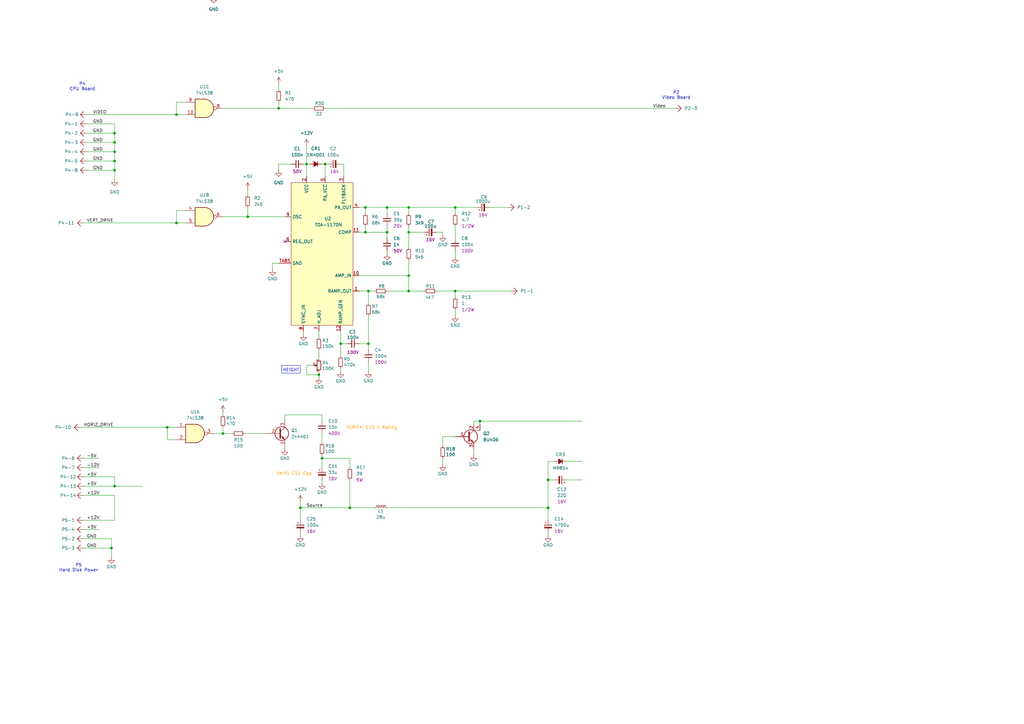
<source format=kicad_sch>
(kicad_sch (version 20231120) (generator "eeschema") (generator_version "8.0")
  (paper "A3")
  (title_block (title "Macintosh SE Analog Board") (rev "1") (company "bald.ee/bitpreserve") (comment 1 "@baldengineer"))
  (lib_symbols
    (symbol "74xx:74LS38" (pin_names (offset 1.016))
      (property "Reference" "U" (at 0 1.27 0))
      (property "Value" "74LS38" (at 0 -1.27 0))
      (symbol "74LS38_1_1"
        (arc (start 0 -3.81) (mid 3.7934 0) (end 0 3.81) (stroke (width 0.254)) (fill (type background)))
        (polyline (pts (xy 0 3.81) (xy -3.81 3.81) (xy -3.81 -3.81) (xy 0 -3.81)) (stroke (width 0.254)) (fill (type background)))
        (pin input line (at -7.62 2.54 0) (length 3.81) (name "~") (number "1"))
        (pin input line (at -7.62 -2.54 0) (length 3.81) (name "~") (number "2"))
        (pin open_collector inverted (at 7.62 0 180) (length 3.81) (name "~") (number "3"))
      )
      (symbol "74LS38_1_2"
        (arc (start -3.81 -3.81) (mid -2.589 0) (end -3.81 3.81) (stroke (width 0.254)))
        (arc (start -0.6096 -3.81) (mid 2.1842 -2.5851) (end 3.81 0) (stroke (width 0.254)) (fill (type background)))
        (polyline (pts (xy -3.81 -3.81) (xy -0.635 -3.81)) (stroke (width 0.254)) (fill (type background)))
        (polyline (pts (xy -3.81 3.81) (xy -0.635 3.81)) (stroke (width 0.254)) (fill (type background)))
        (polyline (pts (xy -0.635 3.81) (xy -3.81 3.81) (xy -3.81 3.81) (xy -3.556 3.4036) (xy -3.0226 2.2606) (xy -2.6924 1.0414) (xy -2.6162 -0.254) (xy -2.7686 -1.4986) (xy -3.175 -2.7178) (xy -3.81 -3.81) (xy -3.81 -3.81) (xy -0.635 -3.81)) (stroke (width -25.4)) (fill (type background)))
        (arc (start 3.81 0) (mid 2.1915 2.5936) (end -0.6096 3.81) (stroke (width 0.254)) (fill (type background)))
        (pin input inverted (at -7.62 2.54 0) (length 4.318) (name "~") (number "1"))
        (pin input inverted (at -7.62 -2.54 0) (length 4.318) (name "~") (number "2"))
        (pin open_collector line (at 7.62 0 180) (length 3.81) (name "~") (number "3"))
      )
      (symbol "74LS38_2_1"
        (arc (start 0 -3.81) (mid 3.7934 0) (end 0 3.81) (stroke (width 0.254)) (fill (type background)))
        (polyline (pts (xy 0 3.81) (xy -3.81 3.81) (xy -3.81 -3.81) (xy 0 -3.81)) (stroke (width 0.254)) (fill (type background)))
        (pin input line (at -7.62 2.54 0) (length 3.81) (name "~") (number "4"))
        (pin input line (at -7.62 -2.54 0) (length 3.81) (name "~") (number "5"))
        (pin open_collector inverted (at 7.62 0 180) (length 3.81) (name "~") (number "6"))
      )
      (symbol "74LS38_2_2"
        (arc (start -3.81 -3.81) (mid -2.589 0) (end -3.81 3.81) (stroke (width 0.254)))
        (arc (start -0.6096 -3.81) (mid 2.1842 -2.5851) (end 3.81 0) (stroke (width 0.254)) (fill (type background)))
        (polyline (pts (xy -3.81 -3.81) (xy -0.635 -3.81)) (stroke (width 0.254)) (fill (type background)))
        (polyline (pts (xy -3.81 3.81) (xy -0.635 3.81)) (stroke (width 0.254)) (fill (type background)))
        (polyline (pts (xy -0.635 3.81) (xy -3.81 3.81) (xy -3.81 3.81) (xy -3.556 3.4036) (xy -3.0226 2.2606) (xy -2.6924 1.0414) (xy -2.6162 -0.254) (xy -2.7686 -1.4986) (xy -3.175 -2.7178) (xy -3.81 -3.81) (xy -3.81 -3.81) (xy -0.635 -3.81)) (stroke (width -25.4)) (fill (type background)))
        (arc (start 3.81 0) (mid 2.1915 2.5936) (end -0.6096 3.81) (stroke (width 0.254)) (fill (type background)))
        (pin input inverted (at -7.62 2.54 0) (length 4.318) (name "~") (number "4"))
        (pin input inverted (at -7.62 -2.54 0) (length 4.318) (name "~") (number "5"))
        (pin open_collector line (at 7.62 0 180) (length 3.81) (name "~") (number "6"))
      )
      (symbol "74LS38_3_1"
        (arc (start 0 -3.81) (mid 3.7934 0) (end 0 3.81) (stroke (width 0.254)) (fill (type background)))
        (polyline (pts (xy 0 3.81) (xy -3.81 3.81) (xy -3.81 -3.81) (xy 0 -3.81)) (stroke (width 0.254)) (fill (type background)))
        (pin input line (at -7.62 -2.54 0) (length 3.81) (name "~") (number "10"))
        (pin open_collector inverted (at 7.62 0 180) (length 3.81) (name "~") (number "8"))
        (pin input line (at -7.62 2.54 0) (length 3.81) (name "~") (number "9"))
      )
      (symbol "74LS38_3_2"
        (arc (start -3.81 -3.81) (mid -2.589 0) (end -3.81 3.81) (stroke (width 0.254)))
        (arc (start -0.6096 -3.81) (mid 2.1842 -2.5851) (end 3.81 0) (stroke (width 0.254)) (fill (type background)))
        (polyline (pts (xy -3.81 -3.81) (xy -0.635 -3.81)) (stroke (width 0.254)) (fill (type background)))
        (polyline (pts (xy -3.81 3.81) (xy -0.635 3.81)) (stroke (width 0.254)) (fill (type background)))
        (polyline (pts (xy -0.635 3.81) (xy -3.81 3.81) (xy -3.81 3.81) (xy -3.556 3.4036) (xy -3.0226 2.2606) (xy -2.6924 1.0414) (xy -2.6162 -0.254) (xy -2.7686 -1.4986) (xy -3.175 -2.7178) (xy -3.81 -3.81) (xy -3.81 -3.81) (xy -0.635 -3.81)) (stroke (width -25.4)) (fill (type background)))
        (arc (start 3.81 0) (mid 2.1915 2.5936) (end -0.6096 3.81) (stroke (width 0.254)) (fill (type background)))
        (pin input inverted (at -7.62 -2.54 0) (length 4.318) (name "~") (number "10"))
        (pin open_collector line (at 7.62 0 180) (length 3.81) (name "~") (number "8"))
        (pin input inverted (at -7.62 2.54 0) (length 4.318) (name "~") (number "9"))
      )
      (symbol "74LS38_4_1"
        (arc (start 0 -3.81) (mid 3.7934 0) (end 0 3.81) (stroke (width 0.254)) (fill (type background)))
        (polyline (pts (xy 0 3.81) (xy -3.81 3.81) (xy -3.81 -3.81) (xy 0 -3.81)) (stroke (width 0.254)) (fill (type background)))
        (pin open_collector inverted (at 7.62 0 180) (length 3.81) (name "~") (number "11"))
        (pin input line (at -7.62 2.54 0) (length 3.81) (name "~") (number "12"))
        (pin input line (at -7.62 -2.54 0) (length 3.81) (name "~") (number "13"))
      )
      (symbol "74LS38_4_2"
        (arc (start -3.81 -3.81) (mid -2.589 0) (end -3.81 3.81) (stroke (width 0.254)))
        (arc (start -0.6096 -3.81) (mid 2.1842 -2.5851) (end 3.81 0) (stroke (width 0.254)) (fill (type background)))
        (polyline (pts (xy -3.81 -3.81) (xy -0.635 -3.81)) (stroke (width 0.254)) (fill (type background)))
        (polyline (pts (xy -3.81 3.81) (xy -0.635 3.81)) (stroke (width 0.254)) (fill (type background)))
        (polyline (pts (xy -0.635 3.81) (xy -3.81 3.81) (xy -3.81 3.81) (xy -3.556 3.4036) (xy -3.0226 2.2606) (xy -2.6924 1.0414) (xy -2.6162 -0.254) (xy -2.7686 -1.4986) (xy -3.175 -2.7178) (xy -3.81 -3.81) (xy -3.81 -3.81) (xy -0.635 -3.81)) (stroke (width -25.4)) (fill (type background)))
        (arc (start 3.81 0) (mid 2.1915 2.5936) (end -0.6096 3.81) (stroke (width 0.254)) (fill (type background)))
        (pin open_collector line (at 7.62 0 180) (length 3.81) (name "~") (number "11"))
        (pin input inverted (at -7.62 2.54 0) (length 4.318) (name "~") (number "12"))
        (pin input inverted (at -7.62 -2.54 0) (length 4.318) (name "~") (number "13"))
      )
      (symbol "74LS38_5_0"
        (pin power_in line (at 0 12.7 270) (length 5.08) (name "VCC") (number "14"))
        (pin power_in line (at 0 -12.7 90) (length 5.08) (name "GND") (number "7"))
      )
      (symbol "74LS38_5_1"
        (rectangle (start -5.08 7.62) (end 5.08 -7.62) (stroke (width 0.254)) (fill (type background)))
      )
    )
    (symbol "Device:C_Polarized_Small" (pin_numbers hide) (pin_names (offset 0.254) hide)
      (property "Reference" "C" (at 0.254 1.778 0))
      (property "Value" "C_Polarized_Small" (at 0.254 -2.032 0))
      (symbol "C_Polarized_Small_0_1"
        (rectangle (start -1.524 -0.3048) (end 1.524 -0.6858) (fill (type outline)))
        (rectangle (start -1.524 0.6858) (end 1.524 0.3048))
        (polyline (pts (xy -1.27 1.524) (xy -0.762 1.524)))
        (polyline (pts (xy -1.016 1.27) (xy -1.016 1.778)))
      )
      (symbol "C_Polarized_Small_1_1"
        (pin passive line (at 0 2.54 270) (length 1.8542) (name "~") (number "1"))
        (pin passive line (at 0 -2.54 90) (length 1.8542) (name "~") (number "2"))
      )
    )
    (symbol "Device:C_Small" (pin_numbers hide) (pin_names (offset 0.254) hide)
      (property "Reference" "C" (at 0.254 1.778 0))
      (property "Value" "C_Small" (at 0.254 -2.032 0))
      (symbol "C_Small_0_1"
        (polyline (pts (xy -1.524 -0.508) (xy 1.524 -0.508)) (stroke (width 0.3302)))
        (polyline (pts (xy -1.524 0.508) (xy 1.524 0.508)) (stroke (width 0.3048)))
      )
      (symbol "C_Small_1_1"
        (pin passive line (at 0 2.54 270) (length 2.032) (name "~") (number "1"))
        (pin passive line (at 0 -2.54 90) (length 2.032) (name "~") (number "2"))
      )
    )
    (symbol "Device:D_Small_Filled" (pin_numbers hide) (pin_names (offset 0.254) hide)
      (property "Reference" "D" (at -1.27 2.032 0))
      (property "Value" "D_Small_Filled" (at -3.81 -2.032 0))
      (symbol "D_Small_Filled_0_1"
        (polyline (pts (xy -0.762 -1.016) (xy -0.762 1.016)) (stroke (width 0.254)))
        (polyline (pts (xy -0.762 0) (xy 0.762 0)))
        (polyline (pts (xy 0.762 -1.016) (xy -0.762 0) (xy 0.762 1.016) (xy 0.762 -1.016)) (stroke (width 0.254)) (fill (type outline)))
      )
      (symbol "D_Small_Filled_1_1"
        (pin passive line (at -2.54 0 0) (length 1.778) (name "K") (number "1"))
        (pin passive line (at 2.54 0 180) (length 1.778) (name "A") (number "2"))
      )
    )
    (symbol "Device:L_Ferrite_Small" (pin_numbers hide) (pin_names (offset 0.254) hide)
      (property "Reference" "L" (at 1.27 1.016 0))
      (property "Value" "L_Ferrite_Small" (at 1.27 -1.27 0))
      (symbol "L_Ferrite_Small_0_1"
        (arc (start 0 -2.032) (mid 0.5058 -1.524) (end 0 -1.016))
        (arc (start 0 -1.016) (mid 0.5058 -0.508) (end 0 0))
        (polyline (pts (xy 0.762 -1.905) (xy 0.762 -1.651)))
        (polyline (pts (xy 0.762 -1.397) (xy 0.762 -1.143)))
        (polyline (pts (xy 0.762 -0.889) (xy 0.762 -0.635)))
        (polyline (pts (xy 0.762 -0.381) (xy 0.762 -0.127)))
        (polyline (pts (xy 0.762 0.127) (xy 0.762 0.381)))
        (polyline (pts (xy 0.762 0.635) (xy 0.762 0.889)))
        (polyline (pts (xy 0.762 1.143) (xy 0.762 1.397)))
        (polyline (pts (xy 0.762 1.651) (xy 0.762 1.905)))
        (polyline (pts (xy 1.016 -1.651) (xy 1.016 -1.905)))
        (polyline (pts (xy 1.016 -1.143) (xy 1.016 -1.397)))
        (polyline (pts (xy 1.016 -0.635) (xy 1.016 -0.889)))
        (polyline (pts (xy 1.016 -0.127) (xy 1.016 -0.381)))
        (polyline (pts (xy 1.016 0.381) (xy 1.016 0.127)))
        (polyline (pts (xy 1.016 0.889) (xy 1.016 0.635)))
        (polyline (pts (xy 1.016 1.397) (xy 1.016 1.143)))
        (polyline (pts (xy 1.016 1.905) (xy 1.016 1.651)))
        (arc (start 0 0) (mid 0.5058 0.508) (end 0 1.016))
        (arc (start 0 1.016) (mid 0.5058 1.524) (end 0 2.032))
      )
      (symbol "L_Ferrite_Small_1_1"
        (pin passive line (at 0 2.54 270) (length 0.508) (name "~") (number "1"))
        (pin passive line (at 0 -2.54 90) (length 0.508) (name "~") (number "2"))
      )
    )
    (symbol "Device:Q_NPN_BCEC" (pin_names (offset 0) hide)
      (property "Reference" "Q" (at 5.08 1.27 0))
      (property "Value" "Q_NPN_BCEC" (at 5.08 -1.27 0))
      (symbol "Q_NPN_BCEC_0_1"
        (polyline (pts (xy 0.635 0.635) (xy 2.54 2.54)))
        (polyline (pts (xy 2.54 2.54) (xy 5.08 2.54)))
        (polyline (pts (xy 0.635 -0.635) (xy 2.54 -2.54) (xy 2.54 -2.54)))
        (polyline (pts (xy 0.635 1.905) (xy 0.635 -1.905) (xy 0.635 -1.905)) (stroke (width 0.508)))
        (polyline (pts (xy 1.27 -1.778) (xy 1.778 -1.27) (xy 2.286 -2.286) (xy 1.27 -1.778) (xy 1.27 -1.778)) (fill (type outline)))
        (circle (center 1.27 0) (radius 2.8194) (stroke (width 0.254)))
      )
      (symbol "Q_NPN_BCEC_1_1"
        (pin input line (at -5.08 0 0) (length 5.715) (name "B") (number "1"))
        (pin passive line (at 2.54 5.08 270) (length 2.54) (name "C") (number "2"))
        (pin passive line (at 2.54 -5.08 90) (length 2.54) (name "E") (number "3"))
        (pin passive line (at 5.08 5.08 270) (length 2.54) (name "C") (number "4"))
      )
    )
    (symbol "Device:Q_NPN_EBC" (pin_names (offset 0) hide)
      (property "Reference" "Q" (at 5.08 1.27 0))
      (property "Value" "Q_NPN_EBC" (at 5.08 -1.27 0))
      (symbol "Q_NPN_EBC_0_1"
        (polyline (pts (xy 0.635 0.635) (xy 2.54 2.54)))
        (polyline (pts (xy 0.635 -0.635) (xy 2.54 -2.54) (xy 2.54 -2.54)))
        (polyline (pts (xy 0.635 1.905) (xy 0.635 -1.905) (xy 0.635 -1.905)) (stroke (width 0.508)))
        (polyline (pts (xy 1.27 -1.778) (xy 1.778 -1.27) (xy 2.286 -2.286) (xy 1.27 -1.778) (xy 1.27 -1.778)) (fill (type outline)))
        (circle (center 1.27 0) (radius 2.8194) (stroke (width 0.254)))
      )
      (symbol "Q_NPN_EBC_1_1"
        (pin passive line (at 2.54 -5.08 90) (length 2.54) (name "E") (number "1"))
        (pin passive line (at -5.08 0 0) (length 5.715) (name "B") (number "2"))
        (pin passive line (at 2.54 5.08 270) (length 2.54) (name "C") (number "3"))
      )
    )
    (symbol "Device:R_Potentiometer_Small" (pin_names (offset 1.016) hide)
      (property "Reference" "RV" (at -4.445 0 90))
      (property "Value" "R_Potentiometer_Small" (at -2.54 0 90))
      (symbol "R_Potentiometer_Small_0_1"
        (polyline (pts (xy 0.889 0) (xy 0.635 0) (xy 1.651 0.381) (xy 1.651 -0.381) (xy 0.635 0) (xy 0.889 0)) (fill (type outline)))
        (rectangle (start 0.762 1.8034) (end -0.762 -1.8034) (stroke (width 0.254)))
      )
      (symbol "R_Potentiometer_Small_1_1"
        (pin passive line (at 0 2.54 270) (length 0.635) (name "1") (number "1"))
        (pin passive line (at 2.54 0 180) (length 0.9906) (name "2") (number "2"))
        (pin passive line (at 0 -2.54 90) (length 0.635) (name "3") (number "3"))
      )
    )
    (symbol "Device:R_Small" (pin_numbers hide) (pin_names (offset 0.254) hide)
      (property "Reference" "R" (at 0.762 0.508 0))
      (property "Value" "R_Small" (at 0.762 -1.016 0))
      (symbol "R_Small_0_1"
        (rectangle (start -0.762 1.778) (end 0.762 -1.778) (stroke (width 0.2032)))
      )
      (symbol "R_Small_1_1"
        (pin passive line (at 0 2.54 270) (length 0.762) (name "~") (number "1"))
        (pin passive line (at 0 -2.54 90) (length 0.762) (name "~") (number "2"))
      )
    )
    (symbol "Macintosh SE Analog Board Symbols:Conn_Off_Board_Single" (pin_names (offset 1.016))
      (property "Reference" "J14/4" (at 0 -3.175 0))
      (symbol "Conn_Off_Board_Single_0_0"
        (text "" (at 0 -0.635 0) (effects (font (size 1.27 1.27))))
      )
      (symbol "Conn_Off_Board_Single_0_1"
        (polyline (pts (xy -1.27 0) (xy 0 -1.27)) (stroke (width 0.2032)))
        (polyline (pts (xy -1.27 0) (xy 0 1.27)) (stroke (width 0.2032)))
      )
      (symbol "Conn_Off_Board_Single_1_1"
        (pin passive line (at 1.27 0 180) (length 2.54) (name "~") (number ""))
      )
    )
    (symbol "Macintosh SE Analog Board Symbols:TDA-1170N"
      (property "Reference" "U?" (at 1.016 8.128 0))
      (property "Value" "TDA-1170N" (at -3.048 5.588 0))
      (symbol "TDA-1170N_1_1"
        (rectangle (start -12.7 22.86) (end 12.7 -35.56) (fill (type background)))
        (pin output line (at 15.24 -21.59 180) (length 2.54) (name "RAMP_OUT") (number "1"))
        (pin input line (at 15.24 -15.24 180) (length 2.54) (name "AMP_IN") (number "10"))
        (pin input line (at 15.24 2.54 180) (length 2.54) (name "COMP") (number "11"))
        (pin output line (at 7.62 -38.1 90) (length 2.54) (name "RAMP_GEN") (number "12"))
        (pin power_in line (at -6.35 25.4 270) (length 2.54) (name "VCC") (number "2"))
        (pin input line (at 8.89 25.4 270) (length 2.54) (name "FLYBACK") (number "3"))
        (pin output line (at 15.24 12.7 180) (length 2.54) (name "PA_OUT") (number "4"))
        (pin power_in line (at 1.27 25.4 270) (length 2.54) (name "PA_VCC") (number "5"))
        (pin power_out line (at -15.24 -1.27 0) (length 2.54) (name "REG_OUT") (number "6"))
        (pin passive line (at -1.27 -38.1 90) (length 2.54) (name "H_ADJ") (number "7"))
        (pin input line (at -7.62 -38.1 90) (length 2.54) (name "SYNC_IN") (number "8"))
        (pin input line (at -15.24 8.89 0) (length 2.54) (name "OSC") (number "9"))
        (pin power_in line (at -17.78 -10.16 0) (length 5.08) (name "GND") (number "TABS"))
      )
    )
    (symbol "power:+12V" (power) (pin_numbers hide) (pin_names (offset 0) hide)
      (property "Value" "+12V" (at 0 3.556 0))
      (symbol "+12V_0_1"
        (polyline (pts (xy -0.762 1.27) (xy 0 2.54)))
        (polyline (pts (xy 0 0) (xy 0 2.54)))
        (polyline (pts (xy 0 2.54) (xy 0.762 1.27)))
      )
      (symbol "+12V_1_1"
        (pin power_in line (at 0 0 90) (length 0) (name "~") (number "1"))
      )
    )
    (symbol "power:+5V" (power) (pin_numbers hide) (pin_names (offset 0) hide)
      (property "Value" "+5V" (at 0 3.556 0))
      (symbol "+5V_0_1"
        (polyline (pts (xy -0.762 1.27) (xy 0 2.54)))
        (polyline (pts (xy 0 0) (xy 0 2.54)))
        (polyline (pts (xy 0 2.54) (xy 0.762 1.27)))
      )
      (symbol "+5V_1_1"
        (pin power_in line (at 0 0 90) (length 0) (name "~") (number "1"))
      )
    )
    (symbol "power:GND" (power) (pin_numbers hide) (pin_names (offset 0) hide)
      (property "Value" "GND" (at 0 -3.81 0))
      (symbol "GND_0_1"
        (polyline (pts (xy 0 0) (xy 0 -1.27) (xy 1.27 -1.27) (xy 0 -2.54) (xy -1.27 -1.27) (xy 0 -1.27)))
      )
      (symbol "GND_1_1"
        (pin power_in line (at 0 0 270) (length 0) (name "~") (number "1"))
      )
    )
  )
  (junction (at 72.39 91.44))
  (junction (at 46.99 54.61))
  (junction (at 167.64 113.03))
  (junction (at 149.86 95.25))
  (junction (at 101.6 88.9))
  (junction (at 46.99 69.85))
  (junction (at 87.63 -27.94))
  (junction (at 186.69 85.09))
  (junction (at 167.64 85.09))
  (junction (at 133.35 67.31))
  (junction (at 46.99 58.42))
  (junction (at 132.08 187.96))
  (junction (at 151.13 119.38))
  (junction (at 158.75 95.25))
  (junction (at 143.51 208.28))
  (junction (at 68.58 175.26))
  (junction (at 46.99 199.39))
  (junction (at 139.7 140.97))
  (junction (at 158.75 85.09))
  (junction (at 114.3 44.45))
  (junction (at 72.39 46.99))
  (junction (at 91.44 177.8))
  (junction (at 151.13 140.97))
  (junction (at 125.73 67.31))
  (junction (at 224.79 208.28))
  (junction (at 45.72 224.79))
  (junction (at 167.64 95.25))
  (junction (at 224.79 196.85))
  (junction (at 46.99 62.23))
  (junction (at 130.81 153.67))
  (junction (at 196.85 172.72))
  (junction (at 123.19 208.28))
  (junction (at 46.99 66.04))
  (junction (at 149.86 85.09))
  (junction (at 167.64 119.38))
  (junction (at 186.69 119.38))
  (no_connect (at 116.84 99.06))
  (wire (pts (xy 35.56 54.61) (xy 46.99 54.61)))
  (wire (pts (xy 151.13 148.59) (xy 151.13 152.4)))
  (wire (pts (xy 224.79 189.23) (xy 224.79 196.85)))
  (wire (pts (xy 34.29 199.39) (xy 46.99 199.39)))
  (wire (pts (xy 116.84 182.88) (xy 116.84 184.15)))
  (wire (pts (xy 114.3 107.95) (xy 111.76 107.95)))
  (wire (pts (xy 35.56 62.23) (xy 46.99 62.23)))
  (wire (pts (xy 35.56 58.42) (xy 46.99 58.42)))
  (wire (pts (xy 72.39 180.34) (xy 68.58 180.34)))
  (wire (pts (xy 147.32 140.97) (xy 151.13 140.97)))
  (wire (pts (xy 130.81 153.67) (xy 125.73 153.67)))
  (wire (pts (xy 125.73 153.67) (xy 125.73 149.86)))
  (wire (pts (xy 111.76 107.95) (xy 111.76 110.49)))
  (wire (pts (xy 158.75 119.38) (xy 167.64 119.38)))
  (wire (pts (xy 132.08 170.18) (xy 132.08 172.72)))
  (wire (pts (xy 133.35 67.31) (xy 133.35 72.39)))
  (wire (pts (xy 151.13 140.97) (xy 151.13 143.51)))
  (wire (pts (xy 34.29 91.44) (xy 72.39 91.44)))
  (wire (pts (xy 147.32 85.09) (xy 149.86 85.09)))
  (wire (pts (xy 114.3 67.31) (xy 114.3 69.85)))
  (wire (pts (xy 87.63 -27.94) (xy 97.79 -27.94)))
  (wire (pts (xy 46.99 199.39) (xy 58.42 199.39)))
  (wire (pts (xy 76.2 86.36) (xy 72.39 86.36)))
  (wire (pts (xy 132.08 187.96) (xy 132.08 191.77)))
  (wire (pts (xy 158.75 95.25) (xy 158.75 97.79)))
  (wire (pts (xy 130.81 152.4) (xy 130.81 153.67)))
  (wire (pts (xy 87.63 177.8) (xy 91.44 177.8)))
  (wire (pts (xy 179.07 95.25) (xy 181.61 95.25)))
  (wire (pts (xy 181.61 187.96) (xy 181.61 190.5)))
  (wire (pts (xy 35.56 69.85) (xy 46.99 69.85)))
  (wire (pts (xy 167.64 113.03) (xy 167.64 119.38)))
  (wire (pts (xy 46.99 50.8) (xy 46.99 54.61)))
  (wire (pts (xy 68.58 175.26) (xy 72.39 175.26)))
  (wire (pts (xy 34.29 224.79) (xy 45.72 224.79)))
  (wire (pts (xy 196.85 172.72) (xy 238.76 172.72)))
  (wire (pts (xy 45.72 224.79) (xy 45.72 228.6)))
  (wire (pts (xy 125.73 67.31) (xy 125.73 72.39)))
  (wire (pts (xy 167.64 92.71) (xy 167.64 95.25)))
  (wire (pts (xy 232.41 189.23) (xy 238.76 189.23)))
  (wire (pts (xy 194.31 172.72) (xy 196.85 172.72)))
  (wire (pts (xy 149.86 95.25) (xy 147.32 95.25)))
  (wire (pts (xy 196.85 172.72) (xy 196.85 173.99)))
  (wire (pts (xy 72.39 86.36) (xy 72.39 91.44)))
  (wire (pts (xy 68.58 180.34) (xy 68.58 175.26)))
  (wire (pts (xy 87.63 -27.94) (xy 87.63 -26.67)))
  (wire (pts (xy 186.69 92.71) (xy 186.69 97.79)))
  (wire (pts (xy 34.29 187.96) (xy 40.64 187.96)))
  (wire (pts (xy 46.99 203.2) (xy 46.99 213.36)))
  (wire (pts (xy 101.6 88.9) (xy 116.84 88.9)))
  (wire (pts (xy 114.3 44.45) (xy 128.27 44.45)))
  (wire (pts (xy 149.86 85.09) (xy 158.75 85.09)))
  (wire (pts (xy 147.32 113.03) (xy 167.64 113.03)))
  (wire (pts (xy 158.75 208.28) (xy 224.79 208.28)))
  (wire (pts (xy 123.19 208.28) (xy 143.51 208.28)))
  (wire (pts (xy 232.41 196.85) (xy 238.76 196.85)))
  (wire (pts (xy 186.69 85.09) (xy 186.69 87.63)))
  (wire (pts (xy 119.38 67.31) (xy 114.3 67.31)))
  (wire (pts (xy 147.32 119.38) (xy 151.13 119.38)))
  (wire (pts (xy 102.87 -27.94) (xy 106.68 -27.94)))
  (wire (pts (xy 158.75 85.09) (xy 167.64 85.09)))
  (wire (pts (xy 46.99 66.04) (xy 46.99 69.85)))
  (wire (pts (xy 132.08 186.69) (xy 132.08 187.96)))
  (wire (pts (xy 132.08 67.31) (xy 133.35 67.31)))
  (wire (pts (xy 114.3 34.29) (xy 114.3 36.83)))
  (wire (pts (xy 91.44 175.26) (xy 91.44 177.8)))
  (wire (pts (xy 72.39 41.91) (xy 72.39 46.99)))
  (wire (pts (xy 224.79 196.85) (xy 227.33 196.85)))
  (wire (pts (xy 133.35 67.31) (xy 134.62 67.31)))
  (wire (pts (xy 106.68 -27.94) (xy 106.68 -25.4)))
  (wire (pts (xy 143.51 191.77) (xy 143.51 187.96)))
  (wire (pts (xy 158.75 92.71) (xy 158.75 95.25)))
  (wire (pts (xy 167.64 85.09) (xy 167.64 87.63)))
  (wire (pts (xy 224.79 218.44) (xy 224.79 219.71)))
  (wire (pts (xy 91.44 44.45) (xy 114.3 44.45)))
  (wire (pts (xy 101.6 88.9) (xy 101.6 85.09)))
  (wire (pts (xy 116.84 172.72) (xy 116.84 170.18)))
  (wire (pts (xy 91.44 168.91) (xy 91.44 170.18)))
  (wire (pts (xy 35.56 46.99) (xy 72.39 46.99)))
  (wire (pts (xy 200.66 85.09) (xy 208.28 85.09)))
  (wire (pts (xy 72.39 91.44) (xy 76.2 91.44)))
  (wire (pts (xy 125.73 59.69) (xy 125.73 67.31)))
  (wire (pts (xy 35.56 66.04) (xy 46.99 66.04)))
  (wire (pts (xy 224.79 208.28) (xy 224.79 213.36)))
  (wire (pts (xy 34.29 220.98) (xy 45.72 220.98)))
  (wire (pts (xy 33.02 175.26) (xy 68.58 175.26)))
  (wire (pts (xy 143.51 208.28) (xy 153.67 208.28)))
  (wire (pts (xy 76.2 41.91) (xy 72.39 41.91)))
  (wire (pts (xy 91.44 88.9) (xy 101.6 88.9)))
  (wire (pts (xy 179.07 119.38) (xy 186.69 119.38)))
  (wire (pts (xy 100.33 177.8) (xy 109.22 177.8)))
  (wire (pts (xy 167.64 95.25) (xy 173.99 95.25)))
  (wire (pts (xy 139.7 140.97) (xy 139.7 146.05)))
  (wire (pts (xy 114.3 41.91) (xy 114.3 44.45)))
  (wire (pts (xy 151.13 119.38) (xy 153.67 119.38)))
  (wire (pts (xy 149.86 92.71) (xy 149.86 95.25)))
  (wire (pts (xy 132.08 177.8) (xy 132.08 181.61)))
  (wire (pts (xy 46.99 54.61) (xy 46.99 58.42)))
  (wire (pts (xy 123.19 205.74) (xy 123.19 208.28)))
  (wire (pts (xy 124.46 135.89) (xy 124.46 137.16)))
  (wire (pts (xy 46.99 195.58) (xy 46.99 199.39)))
  (wire (pts (xy 101.6 77.47) (xy 101.6 80.01)))
  (wire (pts (xy 46.99 58.42) (xy 46.99 62.23)))
  (wire (pts (xy 181.61 179.07) (xy 181.61 182.88)))
  (wire (pts (xy 186.69 102.87) (xy 186.69 105.41)))
  (wire (pts (xy 186.69 119.38) (xy 209.55 119.38)))
  (wire (pts (xy 34.29 195.58) (xy 46.99 195.58)))
  (wire (pts (xy 151.13 129.54) (xy 151.13 140.97)))
  (wire (pts (xy 91.44 177.8) (xy 95.25 177.8)))
  (wire (pts (xy 46.99 62.23) (xy 46.99 66.04)))
  (wire (pts (xy 167.64 106.68) (xy 167.64 113.03)))
  (wire (pts (xy 149.86 95.25) (xy 158.75 95.25)))
  (wire (pts (xy 116.84 170.18) (xy 132.08 170.18)))
  (wire (pts (xy 149.86 85.09) (xy 149.86 87.63)))
  (wire (pts (xy 34.29 213.36) (xy 46.99 213.36)))
  (wire (pts (xy 167.64 119.38) (xy 173.99 119.38)))
  (wire (pts (xy 125.73 67.31) (xy 127 67.31)))
  (wire (pts (xy 124.46 67.31) (xy 125.73 67.31)))
  (wire (pts (xy 139.7 67.31) (xy 140.97 67.31)))
  (wire (pts (xy 151.13 119.38) (xy 151.13 124.46)))
  (wire (pts (xy 123.19 208.28) (xy 123.19 213.36)))
  (wire (pts (xy 143.51 187.96) (xy 132.08 187.96)))
  (wire (pts (xy 227.33 189.23) (xy 224.79 189.23)))
  (wire (pts (xy 158.75 102.87) (xy 158.75 104.14)))
  (wire (pts (xy 87.63 -30.48) (xy 87.63 -27.94)))
  (wire (pts (xy 186.69 119.38) (xy 186.69 121.92)))
  (wire (pts (xy 143.51 196.85) (xy 143.51 208.28)))
  (wire (pts (xy 139.7 135.89) (xy 139.7 140.97)))
  (wire (pts (xy 130.81 143.51) (xy 130.81 147.32)))
  (wire (pts (xy 186.69 85.09) (xy 195.58 85.09)))
  (wire (pts (xy 194.31 172.72) (xy 194.31 173.99)))
  (wire (pts (xy 181.61 179.07) (xy 186.69 179.07)))
  (wire (pts (xy 130.81 153.67) (xy 130.81 154.94)))
  (wire (pts (xy 224.79 196.85) (xy 224.79 208.28)))
  (wire (pts (xy 158.75 85.09) (xy 158.75 87.63)))
  (wire (pts (xy 139.7 140.97) (xy 142.24 140.97)))
  (wire (pts (xy 140.97 67.31) (xy 140.97 72.39)))
  (wire (pts (xy 133.35 44.45) (xy 276.86 44.45)))
  (wire (pts (xy 46.99 69.85) (xy 46.99 73.66)))
  (wire (pts (xy 186.69 85.09) (xy 167.64 85.09)))
  (wire (pts (xy 123.19 218.44) (xy 123.19 219.71)))
  (wire (pts (xy 186.69 127) (xy 186.69 129.54)))
  (wire (pts (xy 139.7 151.13) (xy 139.7 152.4)))
  (wire (pts (xy 130.81 135.89) (xy 130.81 138.43)))
  (wire (pts (xy 45.72 220.98) (xy 45.72 224.79)))
  (wire (pts (xy 181.61 95.25) (xy 181.61 96.52)))
  (wire (pts (xy 125.73 149.86) (xy 128.27 149.86)))
  (wire (pts (xy 167.64 95.25) (xy 167.64 101.6)))
  (wire (pts (xy 72.39 46.99) (xy 76.2 46.99)))
  (wire (pts (xy 34.29 217.17) (xy 40.64 217.17)))
  (wire (pts (xy 132.08 196.85) (xy 132.08 198.12)))
  (wire (pts (xy 34.29 203.2) (xy 46.99 203.2)))
  (wire (pts (xy 34.29 191.77) (xy 40.64 191.77)))
  (wire (pts (xy 35.56 50.8) (xy 46.99 50.8)))
  (wire (pts (xy 194.31 184.15) (xy 194.31 186.69)))
  (rectangle (start 115.57 149.86) (end 123.19 153.035))
  (text "P4\nCPU Board" (at 33.782 35.56 0) (effects (font (size 1.27 1.27))))
  (text "HEIGHT" (at 119.38 151.892 0) (effects (font (size 1.27 1.27))))
  (text "Verify C11 Cap" (at 120.65 194.31 0) (effects (font (size 1.27 1.27))))
  (text "P5\nHard Disk Power" (at 32.258 232.918 0) (effects (font (size 1.27 1.27))))
  (text "P2\nVideo Board" (at 277.368 39.116 0) (effects (font (size 1.27 1.27))))
  (text "VERIFY: C10 V Rating	" (at 157.226 175.514 0) (effects (font (size 1.27 1.27))))
  (label "GND" (at 35.56 224.79 0))
  (label "Source" (at 125.73 208.28 0))
  (label "HORIZ_DRIVE" (at 34.29 175.26 0))
  (label "+12V" (at 35.56 203.2 0))
  (label "-5V" (at 35.56 187.96 0))
  (label "GND" (at 38.1 66.04 0))
  (label "GND" (at 38.1 62.23 0))
  (label "+5V" (at 35.56 195.58 0))
  (label "VERT_DRIVE" (at 35.56 91.44 0))
  (label "GND" (at 38.1 50.8 0))
  (label "GND" (at 38.1 58.42 0))
  (label "VIDEO" (at 38.1 46.99 0))
  (label "-12V" (at 35.56 191.77 0))
  (label "+5V" (at 35.56 199.39 0))
  (label "GND" (at 35.56 220.98 0))
  (label "+5V" (at 35.56 217.17 0))
  (label "GND" (at 38.1 69.85 0))
  (label "+12V" (at 35.56 213.36 0))
  (label "GND" (at 38.1 54.61 0))
  (label "Video" (at 273.05 44.45 180))
  (symbol (lib_id "Device:R_Potentiometer_Small") (at 130.81 149.86 0) (mirror y) (unit 1)
    (property "Reference" "R4" (at 132.08 148.844 0) (effects (justify right)))
    (property "Value" "100K" (at 132.08 151.13 0) (effects (justify right)))
    (property "Description" "Potentiometer" (effects (hide yes)))
  )
  (symbol (lib_id "Macintosh SE Analog Board Symbols:Conn_Off_Board_Single") (at 33.02 213.36 0) (unit 1)
    (property "Reference" "P5-1" (at 27.94 213.36 0))
    (property "Value" "Conn_Off_Board_Single" (effects (hide yes)))
  )
  (symbol (lib_id "Macintosh SE Analog Board Symbols:Conn_Off_Board_Single") (at 33.02 224.79 0) (unit 1)
    (property "Reference" "P5-3" (at 27.94 224.79 0))
    (property "Value" "Conn_Off_Board_Single" (effects (hide yes)))
  )
  (symbol (lib_id "power:GND") (at 45.72 228.6 0) (unit 1)
    (property "Reference" "#PWR018" (effects (hide yes)))
    (property "Value" "GND" (at 45.72 232.41 0))
    (property "Description" "Power symbol creates a global label with name \"GND\" , ground" (effects (hide yes)))
  )
  (symbol (lib_id "Macintosh SE Analog Board Symbols:Conn_Off_Board_Single") (at 31.75 175.26 0) (unit 1)
    (property "Reference" "P4-10" (at 25.908 175.26 0))
    (property "Value" "Conn_Off_Board_Single" (effects (hide yes)))
  )
  (symbol (lib_id "power:+12V") (at 101.6 77.47 0) (unit 1)
    (property "Reference" "#PWR012" (effects (hide yes)))
    (property "Value" "+5V" (at 101.6 72.39 0))
    (property "Description" "Power symbol creates a global label with name \"+12V\"" (effects (hide yes)))
  )
  (symbol (lib_id "power:GND") (at 124.46 137.16 0) (unit 1)
    (property "Reference" "#PWR010" (effects (hide yes)))
    (property "Value" "GND" (at 124.46 140.97 0))
    (property "Description" "Power symbol creates a global label with name \"GND\" , ground" (effects (hide yes)))
  )
  (symbol (lib_id "Device:C_Small") (at 100.33 -27.94 90) (unit 1)
    (property "Reference" "C23" (at 100.3363 -34.29 90))
    (property "Value" "100n" (at 100.3363 -31.75 90))
    (property "Description" "Unpolarized capacitor, small symbol" (effects (hide yes)))
    (property "Rated Voltage" "50V" (at 100.33 -24.892 90))
  )
  (symbol (lib_id "Device:R_Small") (at 149.86 90.17 0) (unit 1)
    (property "Reference" "R6" (at 152.4 88.8999 0) (effects (justify left)))
    (property "Value" "68k" (at 152.4 91.4399 0) (effects (justify left)))
    (property "Description" "Resistor, small symbol" (effects (hide yes)))
  )
  (symbol (lib_id "power:GND") (at 87.63 -1.27 0) (unit 1)
    (property "Reference" "#PWR015" (effects (hide yes)))
    (property "Value" "GND" (at 87.63 3.81 0))
    (property "Description" "Power symbol creates a global label with name \"GND\" , ground" (effects (hide yes)))
  )
  (symbol (lib_id "Device:C_Small") (at 132.08 175.26 180) (unit 1)
    (property "Reference" "C10" (at 134.62 172.7135 0) (effects (justify right)))
    (property "Value" "10n" (at 134.62 175.2535 0) (effects (justify right)))
    (property "Description" "Unpolarized capacitor, small symbol" (effects (hide yes)))
    (property "Rated Voltage" "400V" (at 134.62 177.7935 0) (effects (justify right)))
  )
  (symbol (lib_id "Device:C_Polarized_Small") (at 224.79 215.9 0) (unit 1)
    (property "Reference" "C14" (at 227.33 212.8138 0) (effects (justify left)))
    (property "Value" "4700u" (at 227.33 215.3538 0) (effects (justify left)))
    (property "Description" "Polarized capacitor, small symbol" (effects (hide yes)))
    (property "Rated Voltage" "16V" (at 227.33 217.8938 0) (effects (justify left)))
  )
  (symbol (lib_id "Macintosh SE Analog Board Symbols:TDA-1170N") (at 132.08 97.79 0) (unit 1)
    (property "Reference" "U2" (at 133.096 89.662 0) (effects (justify left)))
    (property "Value" "TDA-1170N" (at 129.032 92.202 0) (effects (justify left)))
    (property "Datasheet" "https://pl-1.org/getproductfile.axd?id=949&filename=TDA1170N.pdf" (effects (hide yes)))
    (property "Description" "Low-Noise TV Vertical Deflection System" (effects (hide yes)))
  )
  (symbol (lib_id "power:GND") (at 158.75 104.14 0) (unit 1)
    (property "Reference" "#PWR04" (effects (hide yes)))
    (property "Value" "GND" (at 158.75 107.95 0))
    (property "Description" "Power symbol creates a global label with name \"GND\" , ground" (effects (hide yes)))
  )
  (symbol (lib_id "Macintosh SE Analog Board Symbols:Conn_Off_Board_Single") (at 34.29 54.61 0) (unit 1)
    (property "Reference" "P4-2" (at 29.21 54.61 0))
    (property "Value" "Conn_Off_Board_Single" (effects (hide yes)))
  )
  (symbol (lib_id "power:GND") (at 181.61 190.5 0) (unit 1)
    (property "Reference" "#PWR026" (effects (hide yes)))
    (property "Value" "GND" (at 181.61 194.31 0))
    (property "Description" "Power symbol creates a global label with name \"GND\" , ground" (effects (hide yes)))
  )
  (symbol (lib_id "power:+12V") (at 125.73 59.69 0) (unit 1)
    (property "Reference" "#PWR01" (effects (hide yes)))
    (property "Value" "+12V" (at 125.73 54.61 0))
    (property "Description" "Power symbol creates a global label with name \"+12V\"" (effects (hide yes)))
  )
  (symbol (lib_id "power:+5V") (at 91.44 168.91 0) (unit 1)
    (property "Reference" "#PWR019" (effects (hide yes)))
    (property "Value" "+5V" (at 91.44 163.83 0))
    (property "Description" "Power symbol creates a global label with name \"+5V\"" (effects (hide yes)))
  )
  (symbol (lib_id "Device:C_Polarized_Small") (at 137.16 67.31 90) (unit 1)
    (property "Reference" "C2" (at 136.6139 60.96 90))
    (property "Value" "100u" (at 136.6139 63.5 90))
    (property "Description" "Polarized capacitor, small symbol" (effects (hide yes)))
    (property "Rated Voltage" "16V" (at 137.16 70.358 90))
  )
  (symbol (lib_id "Device:R_Small") (at 181.61 185.42 180) (unit 1)
    (property "Reference" "R18" (at 182.88 184.15 0) (effects (justify right)))
    (property "Value" "100" (at 182.88 186.436 0) (effects (justify right)))
    (property "Description" "Resistor, small symbol" (effects (hide yes)))
  )
  (symbol (lib_id "Device:R_Small") (at 167.64 90.17 0) (unit 1)
    (property "Reference" "R9" (at 170.18 88.8999 0) (effects (justify left)))
    (property "Value" "3k9" (at 170.18 91.4399 0) (effects (justify left)))
    (property "Description" "Resistor, small symbol" (effects (hide yes)))
  )
  (symbol (lib_id "Device:R_Small") (at 186.69 90.17 0) (unit 1)
    (property "Reference" "R12" (at 189.23 87.6299 0) (effects (justify left)))
    (property "Value" "4.7" (at 189.23 90.1699 0) (effects (justify left)))
    (property "Description" "Resistor, small symbol" (effects (hide yes)))
    (property "Power" "1/2W" (at 189.23 92.7099 0) (effects (justify left)))
  )
  (symbol (lib_id "Macintosh SE Analog Board Symbols:Conn_Off_Board_Single") (at 34.29 58.42 0) (unit 1)
    (property "Reference" "P4-3" (at 29.21 58.42 0))
    (property "Value" "Conn_Off_Board_Single" (effects (hide yes)))
  )
  (symbol (lib_id "Macintosh SE Analog Board Symbols:Conn_Off_Board_Single") (at 34.29 46.99 0) (unit 1)
    (property "Reference" "P4-9" (at 29.464 46.99 0))
    (property "Value" "Conn_Off_Board_Single" (effects (hide yes)))
  )
  (symbol (lib_id "Device:C_Polarized_Small") (at 176.53 95.25 90) (unit 1)
    (property "Reference" "C7" (at 176.784 90.932 90))
    (property "Value" "100u" (at 176.53 92.71 90))
    (property "Description" "Polarized capacitor, small symbol" (effects (hide yes)))
    (property "Rated Voltage" "16V" (at 176.53 98.298 90))
  )
  (symbol (lib_id "74xx:74LS38") (at 83.82 44.45 0) (unit 3)
    (property "Reference" "U1" (at 83.8117 35.56 0))
    (property "Value" "74LS38" (at 83.8117 38.1 0))
    (property "Datasheet" "http://www.ti.com/lit/gpn/sn74LS38" (effects (hide yes)))
    (property "Description" "Quad Buffer 2-input NAND Open collector" (effects (hide yes)))
  )
  (symbol (lib_id "Macintosh SE Analog Board Symbols:Conn_Off_Board_Single") (at 33.02 203.2 0) (unit 1)
    (property "Reference" "P4-14" (at 27.94 203.2 0))
    (property "Value" "Conn_Off_Board_Single" (effects (hide yes)))
  )
  (symbol (lib_id "Device:R_Small") (at 97.79 177.8 270) (unit 1)
    (property "Reference" "R15" (at 97.79 180.34 90))
    (property "Value" "100" (at 97.79 182.88 90))
    (property "Description" "Resistor, small symbol" (effects (hide yes)))
  )
  (symbol (lib_id "Device:Q_NPN_EBC") (at 114.3 177.8 0) (unit 1)
    (property "Reference" "Q1" (at 119.38 176.5299 0) (effects (justify left)))
    (property "Value" "2n4401" (at 119.38 179.0699 0) (effects (justify left)))
    (property "Description" "NPN transistor, emitter/base/collector" (effects (hide yes)))
  )
  (symbol (lib_id "Device:R_Small") (at 139.7 148.59 180) (unit 1)
    (property "Reference" "R5" (at 140.97 147.32 0) (effects (justify right)))
    (property "Value" "470k" (at 140.97 149.606 0) (effects (justify right)))
    (property "Description" "Resistor, small symbol" (effects (hide yes)))
  )
  (symbol (lib_id "Device:R_Small") (at 156.21 119.38 90) (unit 1)
    (property "Reference" "R8" (at 156.464 117.348 90))
    (property "Value" "68k" (at 156.21 121.666 90))
    (property "Description" "Resistor, small symbol" (effects (hide yes)))
  )
  (symbol (lib_id "Device:R_Small") (at 132.08 184.15 180) (unit 1)
    (property "Reference" "R16" (at 133.35 182.88 0) (effects (justify right)))
    (property "Value" "100" (at 133.35 185.166 0) (effects (justify right)))
    (property "Description" "Resistor, small symbol" (effects (hide yes)))
  )
  (symbol (lib_id "Device:C_Small") (at 151.13 146.05 180) (unit 1)
    (property "Reference" "C4" (at 153.67 143.5035 0) (effects (justify right)))
    (property "Value" "100n" (at 153.67 146.0435 0) (effects (justify right)))
    (property "Description" "Unpolarized capacitor, small symbol" (effects (hide yes)))
    (property "Rated Voltage" "100V" (at 153.67 148.5835 0) (effects (justify right)))
  )
  (symbol (lib_id "Device:D_Small_Filled") (at 129.54 67.31 180) (unit 1)
    (property "Reference" "CR1" (at 129.54 60.96 0))
    (property "Value" "1N4001" (at 129.54 63.5 0))
    (property "Description" "Diode, small symbol, filled shape" (effects (hide yes)))
    (property "Sim.Device" "D" (effects (hide yes)))
    (property "Sim.Pins" "1=K 2=A" (effects (hide yes)))
  )
  (symbol (lib_id "power:GND") (at 224.79 219.71 0) (unit 1)
    (property "Reference" "#PWR024" (effects (hide yes)))
    (property "Value" "GND" (at 224.79 223.52 0))
    (property "Description" "Power symbol creates a global label with name \"GND\" , ground" (effects (hide yes)))
  )
  (symbol (lib_id "74xx:74LS38") (at 83.82 88.9 0) (unit 2)
    (property "Reference" "U1" (at 83.8117 80.01 0))
    (property "Value" "74LS38" (at 83.8117 82.55 0))
    (property "Datasheet" "http://www.ti.com/lit/gpn/sn74LS38" (effects (hide yes)))
    (property "Description" "Quad Buffer 2-input NAND Open collector" (effects (hide yes)))
  )
  (symbol (lib_id "power:GND") (at 46.99 73.66 0) (unit 1)
    (property "Reference" "#PWR017" (effects (hide yes)))
    (property "Value" "GND" (at 46.99 78.74 0))
    (property "Description" "Power symbol creates a global label with name \"GND\" , ground" (effects (hide yes)))
  )
  (symbol (lib_id "Device:C_Small") (at 186.69 100.33 180) (unit 1)
    (property "Reference" "C8" (at 189.23 97.7835 0) (effects (justify right)))
    (property "Value" "100n" (at 189.23 100.3235 0) (effects (justify right)))
    (property "Description" "Unpolarized capacitor, small symbol" (effects (hide yes)))
    (property "Rated Voltage" "100V" (at 189.23 102.8635 0) (effects (justify right)))
  )
  (symbol (lib_id "Macintosh SE Analog Board Symbols:Conn_Off_Board_Single") (at 34.29 66.04 0) (unit 1)
    (property "Reference" "P4-5" (at 29.21 66.04 0))
    (property "Value" "Conn_Off_Board_Single" (effects (hide yes)))
  )
  (symbol (lib_id "Macintosh SE Analog Board Symbols:Conn_Off_Board_Single") (at 34.29 69.85 0) (unit 1)
    (property "Reference" "P4-8" (at 29.21 69.85 0))
    (property "Value" "Conn_Off_Board_Single" (effects (hide yes)))
  )
  (symbol (lib_id "Device:C_Polarized_Small") (at 198.12 85.09 90) (unit 1)
    (property "Reference" "C9" (at 198.374 80.772 90))
    (property "Value" "1000u" (at 198.12 82.55 90))
    (property "Description" "Polarized capacitor, small symbol" (effects (hide yes)))
    (property "Rated Voltage" "16V" (at 198.12 88.138 90))
  )
  (symbol (lib_id "Macintosh SE Analog Board Symbols:Conn_Off_Board_Single") (at 33.02 195.58 0) (unit 1)
    (property "Reference" "P4-12" (at 27.94 195.58 0))
    (property "Value" "Conn_Off_Board_Single" (effects (hide yes)))
  )
  (symbol (lib_id "power:GND") (at 116.84 184.15 0) (unit 1)
    (property "Reference" "#PWR020" (effects (hide yes)))
    (property "Value" "GND" (at 116.84 187.96 0))
    (property "Description" "Power symbol creates a global label with name \"GND\" , ground" (effects (hide yes)))
  )
  (symbol (lib_id "Macintosh SE Analog Board Symbols:Conn_Off_Board_Single") (at 278.13 44.45 180) (unit 1)
    (property "Reference" "P2-0" (at 280.67 44.4499 0) (effects (justify right)))
    (property "Value" "Conn_Off_Board_Single" (effects (hide yes)))
  )
  (symbol (lib_id "Device:R_Small") (at 114.3 39.37 0) (unit 1)
    (property "Reference" "R1" (at 116.84 38.0999 0) (effects (justify left)))
    (property "Value" "470" (at 116.84 40.6399 0) (effects (justify left)))
    (property "Description" "Resistor, small symbol" (effects (hide yes)))
  )
  (symbol (lib_id "Device:C_Small") (at 144.78 140.97 270) (unit 1)
    (property "Reference" "C3" (at 144.526 136.144 90))
    (property "Value" "100n" (at 144.78 138.43 90))
    (property "Description" "Unpolarized capacitor, small symbol" (effects (hide yes)))
    (property "Rated Voltage" "100V" (at 144.78 144.526 90))
  )
  (symbol (lib_id "Device:R_Small") (at 186.69 124.46 0) (unit 1)
    (property "Reference" "R13" (at 189.23 121.9199 0) (effects (justify left)))
    (property "Value" "1" (at 189.23 124.4599 0) (effects (justify left)))
    (property "Description" "Resistor, small symbol" (effects (hide yes)))
    (property "Power" "1/2W" (at 189.23 126.9999 0) (effects (justify left)))
  )
  (symbol (lib_id "Macintosh SE Analog Board Symbols:Conn_Off_Board_Single") (at 34.29 50.8 0) (unit 1)
    (property "Reference" "P4-1" (at 29.21 50.8 0))
    (property "Value" "Conn_Off_Board_Single" (effects (hide yes)))
  )
  (symbol (lib_id "Device:R_Small") (at 167.64 104.14 0) (unit 1)
    (property "Reference" "R10" (at 170.18 102.8699 0) (effects (justify left)))
    (property "Value" "5k6" (at 170.18 105.4099 0) (effects (justify left)))
    (property "Description" "Resistor, small symbol" (effects (hide yes)))
  )
  (symbol (lib_id "Macintosh SE Analog Board Symbols:Conn_Off_Board_Single") (at 33.02 217.17 0) (unit 1)
    (property "Reference" "P5-4" (at 27.94 217.17 0))
    (property "Value" "Conn_Off_Board_Single" (effects (hide yes)))
  )
  (symbol (lib_id "Device:R_Small") (at 143.51 194.31 180) (unit 1)
    (property "Reference" "R17" (at 146.05 191.7699 0) (effects (justify right)))
    (property "Value" "39" (at 146.05 194.3099 0) (effects (justify right)))
    (property "Description" "Resistor, small symbol" (effects (hide yes)))
    (property "Power" "5W" (at 146.05 196.8499 0) (effects (justify right)))
  )
  (symbol (lib_id "power:GND") (at 132.08 198.12 0) (unit 1)
    (property "Reference" "#PWR021" (effects (hide yes)))
    (property "Value" "GND" (at 132.08 201.93 0))
    (property "Description" "Power symbol creates a global label with name \"GND\" , ground" (effects (hide yes)))
  )
  (symbol (lib_id "Macintosh SE Analog Board Symbols:Conn_Off_Board_Single") (at 33.02 187.96 0) (unit 1)
    (property "Reference" "P4-6" (at 27.94 187.96 0))
    (property "Value" "Conn_Off_Board_Single" (effects (hide yes)))
  )
  (symbol (lib_id "Device:C_Polarized_Small") (at 229.87 196.85 270) (mirror x) (unit 1)
    (property "Reference" "C13" (at 230.4161 200.66 90))
    (property "Value" "220" (at 230.4161 203.2 90))
    (property "Description" "Polarized capacitor, small symbol" (effects (hide yes)))
    (property "Rated Voltage" "16V" (at 230.4161 205.74 90))
  )
  (symbol (lib_id "power:GND") (at 106.68 -25.4 0) (unit 1)
    (property "Reference" "#PWR016" (effects (hide yes)))
    (property "Value" "GND" (at 106.68 -20.32 0))
    (property "Description" "Power symbol creates a global label with name \"GND\" , ground" (effects (hide yes)))
  )
  (symbol (lib_id "power:GND") (at 114.3 69.85 0) (unit 1)
    (property "Reference" "#PWR02" (effects (hide yes)))
    (property "Value" "GND" (at 114.3 74.93 0))
    (property "Description" "Power symbol creates a global label with name \"GND\" , ground" (effects (hide yes)))
  )
  (symbol (lib_id "Device:R_Small") (at 101.6 82.55 0) (unit 1)
    (property "Reference" "R2" (at 104.14 81.2799 0) (effects (justify left)))
    (property "Value" "2k0" (at 104.14 83.8199 0) (effects (justify left)))
    (property "Description" "Resistor, small symbol" (effects (hide yes)))
  )
  (symbol (lib_id "Macintosh SE Analog Board Symbols:Conn_Off_Board_Single") (at 33.02 199.39 0) (unit 1)
    (property "Reference" "P4-13" (at 27.94 199.39 0))
    (property "Value" "Conn_Off_Board_Single" (effects (hide yes)))
  )
  (symbol (lib_id "Device:C_Polarized_Small") (at 123.19 215.9 0) (unit 1)
    (property "Reference" "C25" (at 125.73 212.8138 0) (effects (justify left)))
    (property "Value" "100u" (at 125.73 215.3538 0) (effects (justify left)))
    (property "Description" "Polarized capacitor, small symbol" (effects (hide yes)))
    (property "Rated Voltage" "16V" (at 125.73 217.8938 0) (effects (justify left)))
  )
  (symbol (lib_id "power:GND") (at 151.13 152.4 0) (unit 1)
    (property "Reference" "#PWR07" (effects (hide yes)))
    (property "Value" "GND" (at 151.13 156.21 0))
    (property "Description" "Power symbol creates a global label with name \"GND\" , ground" (effects (hide yes)))
  )
  (symbol (lib_id "power:GND") (at 181.61 96.52 0) (unit 1)
    (property "Reference" "#PWR03" (effects (hide yes)))
    (property "Value" "GND" (at 181.61 100.33 0))
    (property "Description" "Power symbol creates a global label with name \"GND\" , ground" (effects (hide yes)))
  )
  (symbol (lib_id "power:+12V") (at 114.3 34.29 0) (unit 1)
    (property "Reference" "#PWR013" (effects (hide yes)))
    (property "Value" "+5V" (at 114.3 29.21 0))
    (property "Description" "Power symbol creates a global label with name \"+12V\"" (effects (hide yes)))
  )
  (symbol (lib_id "Device:C_Small") (at 121.92 67.31 90) (unit 1)
    (property "Reference" "C1" (at 121.9263 60.96 90))
    (property "Value" "100n" (at 121.9263 63.5 90))
    (property "Description" "Unpolarized capacitor, small symbol" (effects (hide yes)))
    (property "Rated Voltage" "50V" (at 121.92 70.358 90))
  )
  (symbol (lib_id "Macintosh SE Analog Board Symbols:Conn_Off_Board_Single") (at 210.82 119.38 180) (unit 1)
    (property "Reference" "P1-1" (at 213.36 119.3799 0) (effects (justify right)))
    (property "Value" "Conn_Off_Board_Single" (effects (hide yes)))
  )
  (symbol (lib_id "Macintosh SE Analog Board Symbols:Conn_Off_Board_Single") (at 33.02 220.98 0) (unit 1)
    (property "Reference" "P5-2" (at 27.94 220.98 0))
    (property "Value" "Conn_Off_Board_Single" (effects (hide yes)))
  )
  (symbol (lib_id "Macintosh SE Analog Board Symbols:Conn_Off_Board_Single") (at 33.02 91.44 0) (unit 1)
    (property "Reference" "P4-11" (at 27.178 91.44 0))
    (property "Value" "Conn_Off_Board_Single" (effects (hide yes)))
  )
  (symbol (lib_id "power:GND") (at 130.81 154.94 0) (unit 1)
    (property "Reference" "#PWR09" (effects (hide yes)))
    (property "Value" "GND" (at 130.81 158.75 0))
    (property "Description" "Power symbol creates a global label with name \"GND\" , ground" (effects (hide yes)))
  )
  (symbol (lib_id "power:GND") (at 139.7 152.4 0) (unit 1)
    (property "Reference" "#PWR08" (effects (hide yes)))
    (property "Value" "GND" (at 139.7 156.21 0))
    (property "Description" "Power symbol creates a global label with name \"GND\" , ground" (effects (hide yes)))
  )
  (symbol (lib_id "power:+12V") (at 87.63 -30.48 0) (unit 1)
    (property "Reference" "#PWR014" (effects (hide yes)))
    (property "Value" "+5V" (at 87.63 -35.56 0))
    (property "Description" "Power symbol creates a global label with name \"+12V\"" (effects (hide yes)))
  )
  (symbol (lib_id "Device:D_Small_Filled") (at 229.87 189.23 180) (unit 1)
    (property "Reference" "CR3" (at 229.87 186.436 0))
    (property "Value" "MR854" (at 229.87 192.024 0))
    (property "Description" "Diode, small symbol, filled shape" (effects (hide yes)))
    (property "Sim.Device" "D" (effects (hide yes)))
    (property "Sim.Pins" "1=K 2=A" (effects (hide yes)))
  )
  (symbol (lib_id "Macintosh SE Analog Board Symbols:Conn_Off_Board_Single") (at 33.02 191.77 0) (unit 1)
    (property "Reference" "P4-7" (at 27.94 191.77 0))
    (property "Value" "Conn_Off_Board_Single" (effects (hide yes)))
  )
  (symbol (lib_id "power:+12V") (at 123.19 205.74 0) (unit 1)
    (property "Reference" "#PWR023" (effects (hide yes)))
    (property "Value" "+12V" (at 123.19 200.66 0))
    (property "Description" "Power symbol creates a global label with name \"+12V\"" (effects (hide yes)))
  )
  (symbol (lib_id "Macintosh SE Analog Board Symbols:Conn_Off_Board_Single") (at 209.55 85.09 180) (unit 1)
    (property "Reference" "P1-2" (at 212.09 85.0899 0) (effects (justify right)))
    (property "Value" "Conn_Off_Board_Single" (effects (hide yes)))
  )
  (symbol (lib_id "Device:C_Small") (at 158.75 90.17 180) (unit 1)
    (property "Reference" "C5" (at 161.29 87.6235 0) (effects (justify right)))
    (property "Value" "39p" (at 161.29 90.1635 0) (effects (justify right)))
    (property "Description" "Unpolarized capacitor, small symbol" (effects (hide yes)))
    (property "Rated Voltage" "25V" (at 161.29 92.7035 0) (effects (justify right)))
  )
  (symbol (lib_id "power:GND") (at 111.76 110.49 0) (unit 1)
    (property "Reference" "#PWR011" (effects (hide yes)))
    (property "Value" "GND" (at 111.76 114.3 0))
    (property "Description" "Power symbol creates a global label with name \"GND\" , ground" (effects (hide yes)))
  )
  (symbol (lib_id "Macintosh SE Analog Board Symbols:Conn_Off_Board_Single") (at 34.29 62.23 0) (unit 1)
    (property "Reference" "P4-4" (at 29.21 62.23 0))
    (property "Value" "Conn_Off_Board_Single" (effects (hide yes)))
  )
  (symbol (lib_id "Device:R_Small") (at 130.81 44.45 90) (unit 1)
    (property "Reference" "R30" (at 131.064 42.418 90))
    (property "Value" "22" (at 130.81 46.736 90))
    (property "Description" "Resistor, small symbol" (effects (hide yes)))
  )
  (symbol (lib_id "Device:C_Polarized_Small") (at 132.08 194.31 0) (unit 1)
    (property "Reference" "C11" (at 134.62 191.2238 0) (effects (justify left)))
    (property "Value" "33u" (at 134.62 193.7638 0) (effects (justify left)))
    (property "Description" "Polarized capacitor, small symbol" (effects (hide yes)))
    (property "Rated Voltage" "16V" (at 134.62 196.3038 0) (effects (justify left)))
  )
  (symbol (lib_id "power:GND") (at 194.31 186.69 0) (unit 1)
    (property "Reference" "#PWR025" (effects (hide yes)))
    (property "Value" "GND" (at 194.31 190.5 0))
    (property "Description" "Power symbol creates a global label with name \"GND\" , ground" (effects (hide yes)))
  )
  (symbol (lib_id "Device:R_Small") (at 91.44 172.72 180) (unit 1)
    (property "Reference" "R14" (at 92.71 171.45 0) (effects (justify right)))
    (property "Value" "470" (at 92.71 173.736 0) (effects (justify right)))
    (property "Description" "Resistor, small symbol" (effects (hide yes)))
  )
  (symbol (lib_id "Device:R_Small") (at 130.81 140.97 180) (unit 1)
    (property "Reference" "R3" (at 132.08 139.7 0) (effects (justify right)))
    (property "Value" "150k" (at 132.08 141.986 0) (effects (justify right)))
    (property "Description" "Resistor, small symbol" (effects (hide yes)))
  )
  (symbol (lib_id "power:GND") (at 186.69 105.41 0) (unit 1)
    (property "Reference" "#PWR05" (effects (hide yes)))
    (property "Value" "GND" (at 186.69 109.22 0))
    (property "Description" "Power symbol creates a global label with name \"GND\" , ground" (effects (hide yes)))
  )
  (symbol (lib_id "power:GND") (at 186.69 129.54 0) (unit 1)
    (property "Reference" "#PWR06" (effects (hide yes)))
    (property "Value" "GND" (at 186.69 133.35 0))
    (property "Description" "Power symbol creates a global label with name \"GND\" , ground" (effects (hide yes)))
  )
  (symbol (lib_id "Device:L_Ferrite_Small") (at 156.21 208.28 90) (unit 1)
    (property "Reference" "L1" (at 156.21 209.55 90))
    (property "Value" "28u" (at 156.21 212.09 90))
    (property "Description" "Inductor with ferrite core, small symbol" (effects (hide yes)))
  )
  (symbol (lib_id "74xx:74LS38") (at 80.01 177.8 0) (unit 1)
    (property "Reference" "U1" (at 80.0017 168.91 0))
    (property "Value" "74LS38" (at 80.0017 171.45 0))
    (property "Datasheet" "http://www.ti.com/lit/gpn/sn74LS38" (effects (hide yes)))
    (property "Description" "Quad Buffer 2-input NAND Open collector" (effects (hide yes)))
  )
  (symbol (lib_id "Device:R_Small") (at 176.53 119.38 90) (unit 1)
    (property "Reference" "R11" (at 176.53 117.348 90))
    (property "Value" "4k7" (at 176.276 121.92 90))
    (property "Description" "Resistor, small symbol" (effects (hide yes)))
  )
  (symbol (lib_id "74xx:74LS38") (at 87.63 -13.97 0) (unit 5)
    (property "Reference" "U1" (at 87.63 -15.494 0))
    (property "Value" "74LS38" (at 87.63 -13.208 0))
    (property "Datasheet" "http://www.ti.com/lit/gpn/sn74LS38" (effects (hide yes)))
    (property "Description" "Quad Buffer 2-input NAND Open collector" (effects (hide yes)))
  )
  (symbol (lib_id "power:GND") (at 123.19 219.71 0) (unit 1)
    (property "Reference" "#PWR022" (effects (hide yes)))
    (property "Value" "GND" (at 123.19 223.52 0))
    (property "Description" "Power symbol creates a global label with name \"GND\" , ground" (effects (hide yes)))
  )
  (symbol (lib_id "Device:C_Small") (at 158.75 100.33 180) (unit 1)
    (property "Reference" "C6" (at 161.29 97.7835 0) (effects (justify right)))
    (property "Value" "1n" (at 161.29 100.3235 0) (effects (justify right)))
    (property "Description" "Unpolarized capacitor, small symbol" (effects (hide yes)))
    (property "Rated Voltage" "50V" (at 161.29 102.8635 0) (effects (justify right)))
  )
  (symbol (lib_id "Device:Q_NPN_BCEC") (at 191.77 179.07 0) (unit 1)
    (property "Reference" "Q2" (at 198.12 177.7999 0) (effects (justify left)))
    (property "Value" "BU406" (at 198.12 180.3399 0) (effects (justify left)))
    (property "Description" "NPN transistor, base/collector/emitter, collector connected to mounting plane" (effects (hide yes)))
  )
  (symbol (lib_id "Device:R_Small") (at 151.13 127 180) (unit 1)
    (property "Reference" "R7" (at 152.4 125.73 0) (effects (justify right)))
    (property "Value" "68k" (at 152.4 128.016 0) (effects (justify right)))
    (property "Description" "Resistor, small symbol" (effects (hide yes)))
  )
)
</source>
